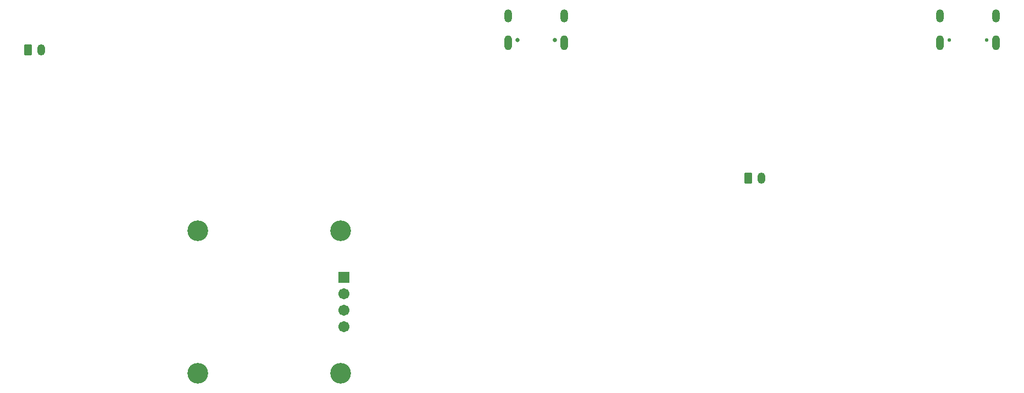
<source format=gbr>
%TF.GenerationSoftware,KiCad,Pcbnew,9.0.4*%
%TF.CreationDate,2025-11-06T21:19:11-08:00*%
%TF.ProjectId,SolarChargingStation,536f6c61-7243-4686-9172-67696e675374,rev?*%
%TF.SameCoordinates,Original*%
%TF.FileFunction,Soldermask,Bot*%
%TF.FilePolarity,Negative*%
%FSLAX46Y46*%
G04 Gerber Fmt 4.6, Leading zero omitted, Abs format (unit mm)*
G04 Created by KiCad (PCBNEW 9.0.4) date 2025-11-06 21:19:11*
%MOMM*%
%LPD*%
G01*
G04 APERTURE LIST*
G04 Aperture macros list*
%AMRoundRect*
0 Rectangle with rounded corners*
0 $1 Rounding radius*
0 $2 $3 $4 $5 $6 $7 $8 $9 X,Y pos of 4 corners*
0 Add a 4 corners polygon primitive as box body*
4,1,4,$2,$3,$4,$5,$6,$7,$8,$9,$2,$3,0*
0 Add four circle primitives for the rounded corners*
1,1,$1+$1,$2,$3*
1,1,$1+$1,$4,$5*
1,1,$1+$1,$6,$7*
1,1,$1+$1,$8,$9*
0 Add four rect primitives between the rounded corners*
20,1,$1+$1,$2,$3,$4,$5,0*
20,1,$1+$1,$4,$5,$6,$7,0*
20,1,$1+$1,$6,$7,$8,$9,0*
20,1,$1+$1,$8,$9,$2,$3,0*%
G04 Aperture macros list end*
%ADD10RoundRect,0.102000X-0.754000X0.754000X-0.754000X-0.754000X0.754000X-0.754000X0.754000X0.754000X0*%
%ADD11C,1.712000*%
%ADD12C,3.204000*%
%ADD13RoundRect,0.250000X-0.350000X-0.625000X0.350000X-0.625000X0.350000X0.625000X-0.350000X0.625000X0*%
%ADD14O,1.200000X1.750000*%
%ADD15C,0.558800*%
%ADD16O,1.204000X2.304000*%
%ADD17O,1.204000X2.004000*%
%ADD18C,0.650000*%
G04 APERTURE END LIST*
D10*
%TO.C,U5*%
X172536000Y-55118000D03*
D11*
X172536000Y-57658000D03*
X172536000Y-60198000D03*
X172536000Y-62738000D03*
D12*
X172036000Y-47928000D03*
X172036000Y-69928000D03*
X150036000Y-69928000D03*
X150036000Y-47928000D03*
%TD*%
D13*
%TO.C,BT1*%
X123914000Y-19939000D03*
D14*
X125914000Y-19939000D03*
%TD*%
D15*
%TO.C,J1*%
X271622000Y-18412000D03*
X265842000Y-18412000D03*
D16*
X273052000Y-18912000D03*
X264412000Y-18912000D03*
D17*
X273052000Y-14732000D03*
X264412000Y-14732000D03*
%TD*%
D13*
%TO.C,J2*%
X234912000Y-39751000D03*
D14*
X236912000Y-39751000D03*
%TD*%
D18*
%TO.C,J4*%
X205074000Y-18412000D03*
X199294000Y-18412000D03*
D16*
X206504000Y-18912000D03*
X197864000Y-18912000D03*
D17*
X206504000Y-14732000D03*
X197864000Y-14732000D03*
%TD*%
M02*

</source>
